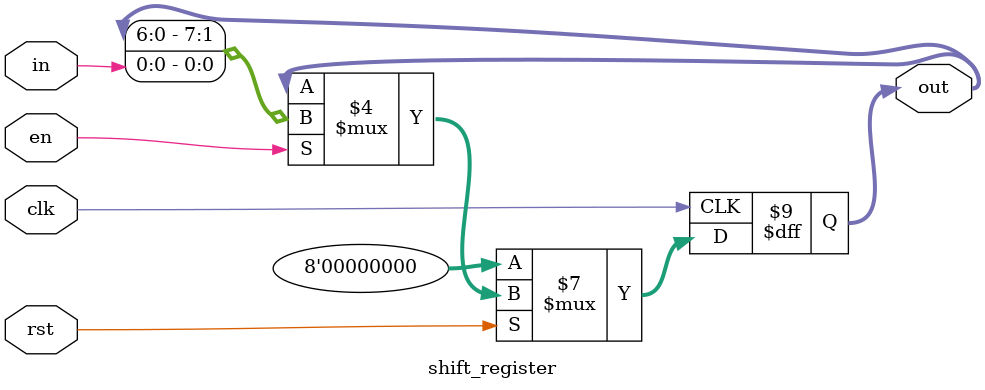
<source format=v>


module shift_register
#(parameter MSB = 7)    
(
    input   clk,
    input   rst,
    input   en,
    input   in,

    output reg [MSB:0]  out
);
    initial
        out <= 0;

    always @(posedge clk) begin
        if(~rst) begin
            out <= 0;
        end else begin
            if(en)
                out <= {out[MSB-1:0], in};
        end
    end

endmodule

</source>
